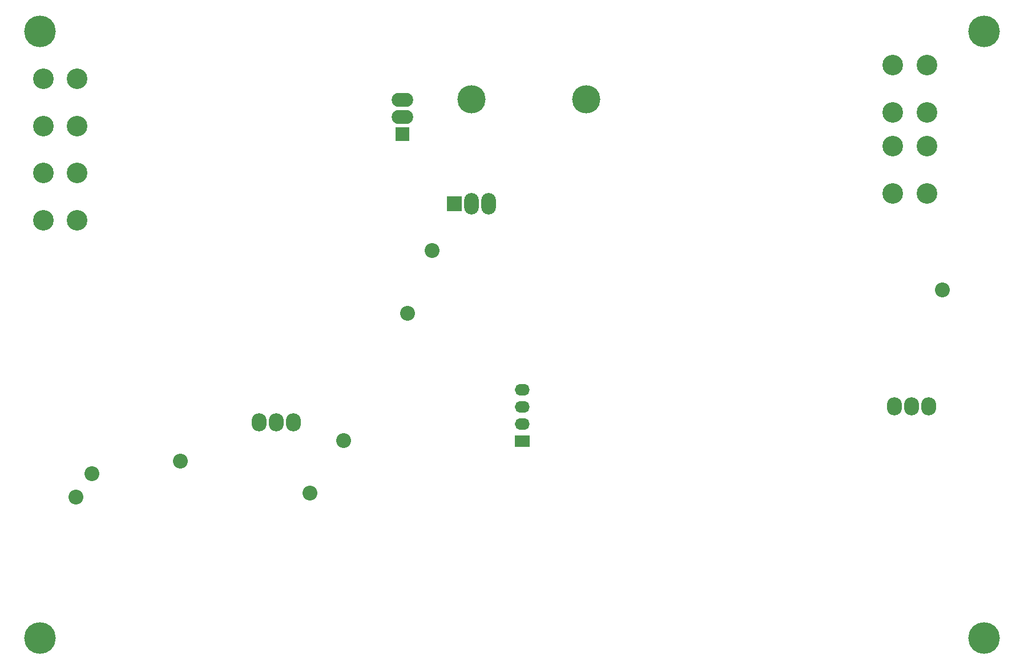
<source format=gbs>
G04 Layer_Color=16711935*
%FSAX23Y23*%
%MOIN*%
G70*
G01*
G75*
%ADD67C,0.120*%
%ADD68O,0.087X0.106*%
%ADD69C,0.185*%
%ADD70C,0.165*%
%ADD71O,0.126X0.082*%
%ADD72R,0.082X0.082*%
%ADD73R,0.086X0.086*%
%ADD74O,0.086X0.126*%
%ADD75R,0.087X0.067*%
%ADD76O,0.087X0.067*%
%ADD77C,0.087*%
G54D67*
X06384Y04076D02*
D03*
X06187D02*
D03*
X06384Y03800D02*
D03*
X06187D02*
D03*
X06384Y04548D02*
D03*
X06187D02*
D03*
X06384Y04273D02*
D03*
X06187D02*
D03*
X01423Y04470D02*
D03*
X01227D02*
D03*
X01423Y04194D02*
D03*
X01227D02*
D03*
X01423Y03918D02*
D03*
X01227D02*
D03*
X01423Y03643D02*
D03*
X01227D02*
D03*
G54D68*
X06397Y02556D02*
D03*
X06297D02*
D03*
X06197D02*
D03*
X02487Y02462D02*
D03*
X02587D02*
D03*
X02687D02*
D03*
G54D69*
X01207Y04745D02*
D03*
Y01202D02*
D03*
X06719Y04745D02*
D03*
Y01202D02*
D03*
G54D70*
X03727Y04351D02*
D03*
X04396D02*
D03*
G54D71*
X03323Y04345D02*
D03*
Y04245D02*
D03*
G54D72*
Y04145D02*
D03*
G54D73*
X03626Y03741D02*
D03*
G54D74*
X03727D02*
D03*
X03825D02*
D03*
G54D75*
X04022Y02354D02*
D03*
G54D76*
Y02454D02*
D03*
Y02554D02*
D03*
Y02654D02*
D03*
G54D77*
X06475Y03237D02*
D03*
X01416Y02025D02*
D03*
X01510Y02162D02*
D03*
X02782Y02048D02*
D03*
X02979Y02355D02*
D03*
X03353Y03101D02*
D03*
X02026Y02235D02*
D03*
X03494Y03466D02*
D03*
M02*

</source>
